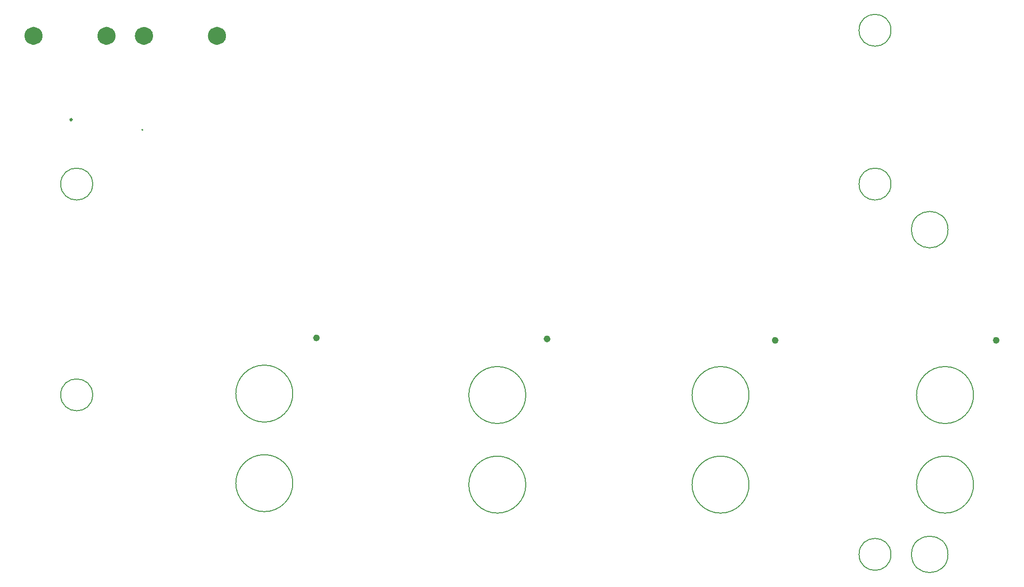
<source format=gbr>
%TF.GenerationSoftware,KiCad,Pcbnew,8.0.3*%
%TF.CreationDate,2024-11-12T13:20:17+01:00*%
%TF.ProjectId,BMU v1,424d5520-7631-42e6-9b69-6361645f7063,rev?*%
%TF.SameCoordinates,Original*%
%TF.FileFunction,Other,Comment*%
%FSLAX46Y46*%
G04 Gerber Fmt 4.6, Leading zero omitted, Abs format (unit mm)*
G04 Created by KiCad (PCBNEW 8.0.3) date 2024-11-12 13:20:17*
%MOMM*%
%LPD*%
G01*
G04 APERTURE LIST*
%ADD10C,0.150000*%
%ADD11C,0.600000*%
%ADD12C,1.600000*%
%ADD13C,0.200000*%
%ADD14C,0.300000*%
G04 APERTURE END LIST*
D10*
%TO.C,H8*%
X182280000Y-94029000D02*
G75*
G02*
X172280000Y-94029000I-5000000J0D01*
G01*
X172280000Y-94029000D02*
G75*
G02*
X182280000Y-94029000I5000000J0D01*
G01*
%TO.C,H11*%
X177800000Y-122000000D02*
G75*
G02*
X171400000Y-122000000I-3200000J0D01*
G01*
X171400000Y-122000000D02*
G75*
G02*
X177800000Y-122000000I3200000J0D01*
G01*
%TO.C,H4*%
X182280000Y-109754000D02*
G75*
G02*
X172280000Y-109754000I-5000000J0D01*
G01*
X172280000Y-109754000D02*
G75*
G02*
X182280000Y-109754000I5000000J0D01*
G01*
%TO.C,H14*%
X167800000Y-122000000D02*
G75*
G02*
X162200000Y-122000000I-2800000J0D01*
G01*
X162200000Y-122000000D02*
G75*
G02*
X167800000Y-122000000I2800000J0D01*
G01*
%TO.C,H1*%
X62900000Y-109500000D02*
G75*
G02*
X52900000Y-109500000I-5000000J0D01*
G01*
X52900000Y-109500000D02*
G75*
G02*
X62900000Y-109500000I5000000J0D01*
G01*
D11*
%TO.C,R47*%
X186540000Y-84430000D02*
G75*
G02*
X185940000Y-84430000I-300000J0D01*
G01*
X185940000Y-84430000D02*
G75*
G02*
X186540000Y-84430000I300000J0D01*
G01*
D10*
%TO.C,H9*%
X27800000Y-94000000D02*
G75*
G02*
X22200000Y-94000000I-2800000J0D01*
G01*
X22200000Y-94000000D02*
G75*
G02*
X27800000Y-94000000I2800000J0D01*
G01*
D12*
%TO.C,J1*%
X18226000Y-30988000D02*
G75*
G02*
X16626000Y-30988000I-800000J0D01*
G01*
X16626000Y-30988000D02*
G75*
G02*
X18226000Y-30988000I800000J0D01*
G01*
X31026000Y-30988000D02*
G75*
G02*
X29426000Y-30988000I-800000J0D01*
G01*
X29426000Y-30988000D02*
G75*
G02*
X31026000Y-30988000I800000J0D01*
G01*
D10*
%TO.C,H13*%
X167800000Y-57000000D02*
G75*
G02*
X162200000Y-57000000I-2800000J0D01*
G01*
X162200000Y-57000000D02*
G75*
G02*
X167800000Y-57000000I2800000J0D01*
G01*
%TO.C,H10*%
X27800000Y-57000000D02*
G75*
G02*
X22200000Y-57000000I-2800000J0D01*
G01*
X22200000Y-57000000D02*
G75*
G02*
X27800000Y-57000000I2800000J0D01*
G01*
D12*
%TO.C,J2*%
X37597000Y-30988000D02*
G75*
G02*
X35997000Y-30988000I-800000J0D01*
G01*
X35997000Y-30988000D02*
G75*
G02*
X37597000Y-30988000I800000J0D01*
G01*
X50397000Y-30988000D02*
G75*
G02*
X48797000Y-30988000I-800000J0D01*
G01*
X48797000Y-30988000D02*
G75*
G02*
X50397000Y-30988000I800000J0D01*
G01*
D10*
%TO.C,H3*%
X142910000Y-109754000D02*
G75*
G02*
X132910000Y-109754000I-5000000J0D01*
G01*
X132910000Y-109754000D02*
G75*
G02*
X142910000Y-109754000I5000000J0D01*
G01*
D13*
%TO.C,U8*%
X36624652Y-47482102D02*
G75*
G02*
X36424652Y-47482102I-100000J0D01*
G01*
X36424652Y-47482102D02*
G75*
G02*
X36624652Y-47482102I100000J0D01*
G01*
D14*
%TO.C,U4*%
X24170000Y-45690000D02*
G75*
G02*
X23870000Y-45690000I-150000J0D01*
G01*
X23870000Y-45690000D02*
G75*
G02*
X24170000Y-45690000I150000J0D01*
G01*
D10*
%TO.C,H13*%
X167800000Y-30000000D02*
G75*
G02*
X162200000Y-30000000I-2800000J0D01*
G01*
X162200000Y-30000000D02*
G75*
G02*
X167800000Y-30000000I2800000J0D01*
G01*
D11*
%TO.C,R46*%
X147790000Y-84430000D02*
G75*
G02*
X147190000Y-84430000I-300000J0D01*
G01*
X147190000Y-84430000D02*
G75*
G02*
X147790000Y-84430000I300000J0D01*
G01*
%TO.C,R1*%
X67340000Y-84005000D02*
G75*
G02*
X66740000Y-84005000I-300000J0D01*
G01*
X66740000Y-84005000D02*
G75*
G02*
X67340000Y-84005000I300000J0D01*
G01*
D10*
%TO.C,H5*%
X62900000Y-93775000D02*
G75*
G02*
X52900000Y-93775000I-5000000J0D01*
G01*
X52900000Y-93775000D02*
G75*
G02*
X62900000Y-93775000I5000000J0D01*
G01*
%TO.C,H12*%
X177800000Y-65000000D02*
G75*
G02*
X171400000Y-65000000I-3200000J0D01*
G01*
X171400000Y-65000000D02*
G75*
G02*
X177800000Y-65000000I3200000J0D01*
G01*
D11*
%TO.C,R8*%
X107790000Y-84180000D02*
G75*
G02*
X107190000Y-84180000I-300000J0D01*
G01*
X107190000Y-84180000D02*
G75*
G02*
X107790000Y-84180000I300000J0D01*
G01*
D10*
%TO.C,H7*%
X142910000Y-94029000D02*
G75*
G02*
X132910000Y-94029000I-5000000J0D01*
G01*
X132910000Y-94029000D02*
G75*
G02*
X142910000Y-94029000I5000000J0D01*
G01*
%TO.C,H6*%
X103762000Y-94029000D02*
G75*
G02*
X93762000Y-94029000I-5000000J0D01*
G01*
X93762000Y-94029000D02*
G75*
G02*
X103762000Y-94029000I5000000J0D01*
G01*
%TO.C,H2*%
X103762000Y-109754000D02*
G75*
G02*
X93762000Y-109754000I-5000000J0D01*
G01*
X93762000Y-109754000D02*
G75*
G02*
X103762000Y-109754000I5000000J0D01*
G01*
%TD*%
M02*

</source>
